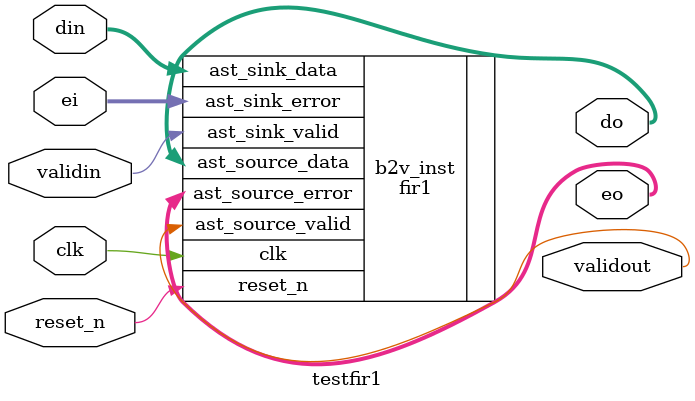
<source format=v>


module testfir1(
	clk,
	reset_n,
	validin,
	din,
	ei,
	validout,
	do,
	eo
);


input wire	clk;
input wire	reset_n;
input wire	validin;
input wire	[7:0] din;
input wire	[1:0] ei;
output wire	validout;
output wire	[21:0] do;
output wire	[1:0] eo;






fir1	b2v_inst(
	.clk(clk),
	.reset_n(reset_n),
	.ast_sink_valid(validin),
	.ast_sink_data(din),
	.ast_sink_error(ei),
	.ast_source_valid(validout),
	.ast_source_data(do),
	.ast_source_error(eo));


endmodule

</source>
